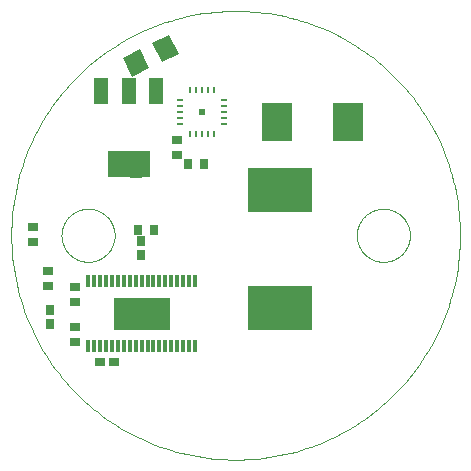
<source format=gbp>
G75*
%MOIN*%
%OFA0B0*%
%FSLAX25Y25*%
%IPPOS*%
%LPD*%
%AMOC8*
5,1,8,0,0,1.08239X$1,22.5*
%
%ADD10C,0.00000*%
%ADD11C,0.00039*%
%ADD12R,0.01240X0.04331*%
%ADD13R,0.18701X0.10827*%
%ADD14R,0.21654X0.15157*%
%ADD15R,0.02913X0.03642*%
%ADD16R,0.03543X0.02756*%
%ADD17R,0.03642X0.02913*%
%ADD18R,0.09843X0.12795*%
%ADD19R,0.02756X0.03543*%
%ADD20R,0.01969X0.01969*%
%ADD21R,0.00800X0.01900*%
%ADD22R,0.01900X0.00800*%
%ADD23R,0.06299X0.07087*%
%ADD24R,0.04000X0.04000*%
%ADD25R,0.04800X0.08800*%
%ADD26R,0.14173X0.08661*%
D10*
X0031167Y0092072D02*
X0031170Y0092289D01*
X0031178Y0092507D01*
X0031191Y0092724D01*
X0031210Y0092940D01*
X0031234Y0093156D01*
X0031263Y0093372D01*
X0031297Y0093586D01*
X0031337Y0093800D01*
X0031382Y0094013D01*
X0031432Y0094224D01*
X0031488Y0094435D01*
X0031548Y0094643D01*
X0031614Y0094851D01*
X0031685Y0095056D01*
X0031761Y0095260D01*
X0031841Y0095462D01*
X0031927Y0095662D01*
X0032017Y0095859D01*
X0032113Y0096055D01*
X0032213Y0096248D01*
X0032318Y0096438D01*
X0032427Y0096626D01*
X0032541Y0096811D01*
X0032660Y0096993D01*
X0032783Y0097173D01*
X0032910Y0097349D01*
X0033042Y0097522D01*
X0033178Y0097691D01*
X0033318Y0097858D01*
X0033462Y0098021D01*
X0033610Y0098180D01*
X0033761Y0098336D01*
X0033917Y0098487D01*
X0034076Y0098635D01*
X0034239Y0098779D01*
X0034406Y0098919D01*
X0034575Y0099055D01*
X0034748Y0099187D01*
X0034924Y0099314D01*
X0035104Y0099437D01*
X0035286Y0099556D01*
X0035471Y0099670D01*
X0035659Y0099779D01*
X0035849Y0099884D01*
X0036042Y0099984D01*
X0036238Y0100080D01*
X0036435Y0100170D01*
X0036635Y0100256D01*
X0036837Y0100336D01*
X0037041Y0100412D01*
X0037246Y0100483D01*
X0037454Y0100549D01*
X0037662Y0100609D01*
X0037873Y0100665D01*
X0038084Y0100715D01*
X0038297Y0100760D01*
X0038511Y0100800D01*
X0038725Y0100834D01*
X0038941Y0100863D01*
X0039157Y0100887D01*
X0039373Y0100906D01*
X0039590Y0100919D01*
X0039808Y0100927D01*
X0040025Y0100930D01*
X0040242Y0100927D01*
X0040460Y0100919D01*
X0040677Y0100906D01*
X0040893Y0100887D01*
X0041109Y0100863D01*
X0041325Y0100834D01*
X0041539Y0100800D01*
X0041753Y0100760D01*
X0041966Y0100715D01*
X0042177Y0100665D01*
X0042388Y0100609D01*
X0042596Y0100549D01*
X0042804Y0100483D01*
X0043009Y0100412D01*
X0043213Y0100336D01*
X0043415Y0100256D01*
X0043615Y0100170D01*
X0043812Y0100080D01*
X0044008Y0099984D01*
X0044201Y0099884D01*
X0044391Y0099779D01*
X0044579Y0099670D01*
X0044764Y0099556D01*
X0044946Y0099437D01*
X0045126Y0099314D01*
X0045302Y0099187D01*
X0045475Y0099055D01*
X0045644Y0098919D01*
X0045811Y0098779D01*
X0045974Y0098635D01*
X0046133Y0098487D01*
X0046289Y0098336D01*
X0046440Y0098180D01*
X0046588Y0098021D01*
X0046732Y0097858D01*
X0046872Y0097691D01*
X0047008Y0097522D01*
X0047140Y0097349D01*
X0047267Y0097173D01*
X0047390Y0096993D01*
X0047509Y0096811D01*
X0047623Y0096626D01*
X0047732Y0096438D01*
X0047837Y0096248D01*
X0047937Y0096055D01*
X0048033Y0095859D01*
X0048123Y0095662D01*
X0048209Y0095462D01*
X0048289Y0095260D01*
X0048365Y0095056D01*
X0048436Y0094851D01*
X0048502Y0094643D01*
X0048562Y0094435D01*
X0048618Y0094224D01*
X0048668Y0094013D01*
X0048713Y0093800D01*
X0048753Y0093586D01*
X0048787Y0093372D01*
X0048816Y0093156D01*
X0048840Y0092940D01*
X0048859Y0092724D01*
X0048872Y0092507D01*
X0048880Y0092289D01*
X0048883Y0092072D01*
X0048880Y0091855D01*
X0048872Y0091637D01*
X0048859Y0091420D01*
X0048840Y0091204D01*
X0048816Y0090988D01*
X0048787Y0090772D01*
X0048753Y0090558D01*
X0048713Y0090344D01*
X0048668Y0090131D01*
X0048618Y0089920D01*
X0048562Y0089709D01*
X0048502Y0089501D01*
X0048436Y0089293D01*
X0048365Y0089088D01*
X0048289Y0088884D01*
X0048209Y0088682D01*
X0048123Y0088482D01*
X0048033Y0088285D01*
X0047937Y0088089D01*
X0047837Y0087896D01*
X0047732Y0087706D01*
X0047623Y0087518D01*
X0047509Y0087333D01*
X0047390Y0087151D01*
X0047267Y0086971D01*
X0047140Y0086795D01*
X0047008Y0086622D01*
X0046872Y0086453D01*
X0046732Y0086286D01*
X0046588Y0086123D01*
X0046440Y0085964D01*
X0046289Y0085808D01*
X0046133Y0085657D01*
X0045974Y0085509D01*
X0045811Y0085365D01*
X0045644Y0085225D01*
X0045475Y0085089D01*
X0045302Y0084957D01*
X0045126Y0084830D01*
X0044946Y0084707D01*
X0044764Y0084588D01*
X0044579Y0084474D01*
X0044391Y0084365D01*
X0044201Y0084260D01*
X0044008Y0084160D01*
X0043812Y0084064D01*
X0043615Y0083974D01*
X0043415Y0083888D01*
X0043213Y0083808D01*
X0043009Y0083732D01*
X0042804Y0083661D01*
X0042596Y0083595D01*
X0042388Y0083535D01*
X0042177Y0083479D01*
X0041966Y0083429D01*
X0041753Y0083384D01*
X0041539Y0083344D01*
X0041325Y0083310D01*
X0041109Y0083281D01*
X0040893Y0083257D01*
X0040677Y0083238D01*
X0040460Y0083225D01*
X0040242Y0083217D01*
X0040025Y0083214D01*
X0039808Y0083217D01*
X0039590Y0083225D01*
X0039373Y0083238D01*
X0039157Y0083257D01*
X0038941Y0083281D01*
X0038725Y0083310D01*
X0038511Y0083344D01*
X0038297Y0083384D01*
X0038084Y0083429D01*
X0037873Y0083479D01*
X0037662Y0083535D01*
X0037454Y0083595D01*
X0037246Y0083661D01*
X0037041Y0083732D01*
X0036837Y0083808D01*
X0036635Y0083888D01*
X0036435Y0083974D01*
X0036238Y0084064D01*
X0036042Y0084160D01*
X0035849Y0084260D01*
X0035659Y0084365D01*
X0035471Y0084474D01*
X0035286Y0084588D01*
X0035104Y0084707D01*
X0034924Y0084830D01*
X0034748Y0084957D01*
X0034575Y0085089D01*
X0034406Y0085225D01*
X0034239Y0085365D01*
X0034076Y0085509D01*
X0033917Y0085657D01*
X0033761Y0085808D01*
X0033610Y0085964D01*
X0033462Y0086123D01*
X0033318Y0086286D01*
X0033178Y0086453D01*
X0033042Y0086622D01*
X0032910Y0086795D01*
X0032783Y0086971D01*
X0032660Y0087151D01*
X0032541Y0087333D01*
X0032427Y0087518D01*
X0032318Y0087706D01*
X0032213Y0087896D01*
X0032113Y0088089D01*
X0032017Y0088285D01*
X0031927Y0088482D01*
X0031841Y0088682D01*
X0031761Y0088884D01*
X0031685Y0089088D01*
X0031614Y0089293D01*
X0031548Y0089501D01*
X0031488Y0089709D01*
X0031432Y0089920D01*
X0031382Y0090131D01*
X0031337Y0090344D01*
X0031297Y0090558D01*
X0031263Y0090772D01*
X0031234Y0090988D01*
X0031210Y0091204D01*
X0031191Y0091420D01*
X0031178Y0091637D01*
X0031170Y0091855D01*
X0031167Y0092072D01*
X0129592Y0092072D02*
X0129595Y0092289D01*
X0129603Y0092507D01*
X0129616Y0092724D01*
X0129635Y0092940D01*
X0129659Y0093156D01*
X0129688Y0093372D01*
X0129722Y0093586D01*
X0129762Y0093800D01*
X0129807Y0094013D01*
X0129857Y0094224D01*
X0129913Y0094435D01*
X0129973Y0094643D01*
X0130039Y0094851D01*
X0130110Y0095056D01*
X0130186Y0095260D01*
X0130266Y0095462D01*
X0130352Y0095662D01*
X0130442Y0095859D01*
X0130538Y0096055D01*
X0130638Y0096248D01*
X0130743Y0096438D01*
X0130852Y0096626D01*
X0130966Y0096811D01*
X0131085Y0096993D01*
X0131208Y0097173D01*
X0131335Y0097349D01*
X0131467Y0097522D01*
X0131603Y0097691D01*
X0131743Y0097858D01*
X0131887Y0098021D01*
X0132035Y0098180D01*
X0132186Y0098336D01*
X0132342Y0098487D01*
X0132501Y0098635D01*
X0132664Y0098779D01*
X0132831Y0098919D01*
X0133000Y0099055D01*
X0133173Y0099187D01*
X0133349Y0099314D01*
X0133529Y0099437D01*
X0133711Y0099556D01*
X0133896Y0099670D01*
X0134084Y0099779D01*
X0134274Y0099884D01*
X0134467Y0099984D01*
X0134663Y0100080D01*
X0134860Y0100170D01*
X0135060Y0100256D01*
X0135262Y0100336D01*
X0135466Y0100412D01*
X0135671Y0100483D01*
X0135879Y0100549D01*
X0136087Y0100609D01*
X0136298Y0100665D01*
X0136509Y0100715D01*
X0136722Y0100760D01*
X0136936Y0100800D01*
X0137150Y0100834D01*
X0137366Y0100863D01*
X0137582Y0100887D01*
X0137798Y0100906D01*
X0138015Y0100919D01*
X0138233Y0100927D01*
X0138450Y0100930D01*
X0138667Y0100927D01*
X0138885Y0100919D01*
X0139102Y0100906D01*
X0139318Y0100887D01*
X0139534Y0100863D01*
X0139750Y0100834D01*
X0139964Y0100800D01*
X0140178Y0100760D01*
X0140391Y0100715D01*
X0140602Y0100665D01*
X0140813Y0100609D01*
X0141021Y0100549D01*
X0141229Y0100483D01*
X0141434Y0100412D01*
X0141638Y0100336D01*
X0141840Y0100256D01*
X0142040Y0100170D01*
X0142237Y0100080D01*
X0142433Y0099984D01*
X0142626Y0099884D01*
X0142816Y0099779D01*
X0143004Y0099670D01*
X0143189Y0099556D01*
X0143371Y0099437D01*
X0143551Y0099314D01*
X0143727Y0099187D01*
X0143900Y0099055D01*
X0144069Y0098919D01*
X0144236Y0098779D01*
X0144399Y0098635D01*
X0144558Y0098487D01*
X0144714Y0098336D01*
X0144865Y0098180D01*
X0145013Y0098021D01*
X0145157Y0097858D01*
X0145297Y0097691D01*
X0145433Y0097522D01*
X0145565Y0097349D01*
X0145692Y0097173D01*
X0145815Y0096993D01*
X0145934Y0096811D01*
X0146048Y0096626D01*
X0146157Y0096438D01*
X0146262Y0096248D01*
X0146362Y0096055D01*
X0146458Y0095859D01*
X0146548Y0095662D01*
X0146634Y0095462D01*
X0146714Y0095260D01*
X0146790Y0095056D01*
X0146861Y0094851D01*
X0146927Y0094643D01*
X0146987Y0094435D01*
X0147043Y0094224D01*
X0147093Y0094013D01*
X0147138Y0093800D01*
X0147178Y0093586D01*
X0147212Y0093372D01*
X0147241Y0093156D01*
X0147265Y0092940D01*
X0147284Y0092724D01*
X0147297Y0092507D01*
X0147305Y0092289D01*
X0147308Y0092072D01*
X0147305Y0091855D01*
X0147297Y0091637D01*
X0147284Y0091420D01*
X0147265Y0091204D01*
X0147241Y0090988D01*
X0147212Y0090772D01*
X0147178Y0090558D01*
X0147138Y0090344D01*
X0147093Y0090131D01*
X0147043Y0089920D01*
X0146987Y0089709D01*
X0146927Y0089501D01*
X0146861Y0089293D01*
X0146790Y0089088D01*
X0146714Y0088884D01*
X0146634Y0088682D01*
X0146548Y0088482D01*
X0146458Y0088285D01*
X0146362Y0088089D01*
X0146262Y0087896D01*
X0146157Y0087706D01*
X0146048Y0087518D01*
X0145934Y0087333D01*
X0145815Y0087151D01*
X0145692Y0086971D01*
X0145565Y0086795D01*
X0145433Y0086622D01*
X0145297Y0086453D01*
X0145157Y0086286D01*
X0145013Y0086123D01*
X0144865Y0085964D01*
X0144714Y0085808D01*
X0144558Y0085657D01*
X0144399Y0085509D01*
X0144236Y0085365D01*
X0144069Y0085225D01*
X0143900Y0085089D01*
X0143727Y0084957D01*
X0143551Y0084830D01*
X0143371Y0084707D01*
X0143189Y0084588D01*
X0143004Y0084474D01*
X0142816Y0084365D01*
X0142626Y0084260D01*
X0142433Y0084160D01*
X0142237Y0084064D01*
X0142040Y0083974D01*
X0141840Y0083888D01*
X0141638Y0083808D01*
X0141434Y0083732D01*
X0141229Y0083661D01*
X0141021Y0083595D01*
X0140813Y0083535D01*
X0140602Y0083479D01*
X0140391Y0083429D01*
X0140178Y0083384D01*
X0139964Y0083344D01*
X0139750Y0083310D01*
X0139534Y0083281D01*
X0139318Y0083257D01*
X0139102Y0083238D01*
X0138885Y0083225D01*
X0138667Y0083217D01*
X0138450Y0083214D01*
X0138233Y0083217D01*
X0138015Y0083225D01*
X0137798Y0083238D01*
X0137582Y0083257D01*
X0137366Y0083281D01*
X0137150Y0083310D01*
X0136936Y0083344D01*
X0136722Y0083384D01*
X0136509Y0083429D01*
X0136298Y0083479D01*
X0136087Y0083535D01*
X0135879Y0083595D01*
X0135671Y0083661D01*
X0135466Y0083732D01*
X0135262Y0083808D01*
X0135060Y0083888D01*
X0134860Y0083974D01*
X0134663Y0084064D01*
X0134467Y0084160D01*
X0134274Y0084260D01*
X0134084Y0084365D01*
X0133896Y0084474D01*
X0133711Y0084588D01*
X0133529Y0084707D01*
X0133349Y0084830D01*
X0133173Y0084957D01*
X0133000Y0085089D01*
X0132831Y0085225D01*
X0132664Y0085365D01*
X0132501Y0085509D01*
X0132342Y0085657D01*
X0132186Y0085808D01*
X0132035Y0085964D01*
X0131887Y0086123D01*
X0131743Y0086286D01*
X0131603Y0086453D01*
X0131467Y0086622D01*
X0131335Y0086795D01*
X0131208Y0086971D01*
X0131085Y0087151D01*
X0130966Y0087333D01*
X0130852Y0087518D01*
X0130743Y0087706D01*
X0130638Y0087896D01*
X0130538Y0088089D01*
X0130442Y0088285D01*
X0130352Y0088482D01*
X0130266Y0088682D01*
X0130186Y0088884D01*
X0130110Y0089088D01*
X0130039Y0089293D01*
X0129973Y0089501D01*
X0129913Y0089709D01*
X0129857Y0089920D01*
X0129807Y0090131D01*
X0129762Y0090344D01*
X0129722Y0090558D01*
X0129688Y0090772D01*
X0129659Y0090988D01*
X0129635Y0091204D01*
X0129616Y0091420D01*
X0129603Y0091637D01*
X0129595Y0091855D01*
X0129592Y0092072D01*
D11*
X0014435Y0092072D02*
X0014458Y0093908D01*
X0014525Y0095742D01*
X0014638Y0097575D01*
X0014795Y0099404D01*
X0014998Y0101229D01*
X0015245Y0103048D01*
X0015536Y0104860D01*
X0015872Y0106665D01*
X0016253Y0108461D01*
X0016677Y0110248D01*
X0017145Y0112023D01*
X0017656Y0113786D01*
X0018210Y0115536D01*
X0018808Y0117272D01*
X0019447Y0118993D01*
X0020129Y0120698D01*
X0020852Y0122385D01*
X0021617Y0124054D01*
X0022422Y0125704D01*
X0023268Y0127334D01*
X0024153Y0128942D01*
X0025077Y0130528D01*
X0026040Y0132091D01*
X0027042Y0133630D01*
X0028080Y0135144D01*
X0029156Y0136632D01*
X0030267Y0138093D01*
X0031414Y0139527D01*
X0032597Y0140931D01*
X0033813Y0142307D01*
X0035062Y0143652D01*
X0036344Y0144966D01*
X0037658Y0146248D01*
X0039003Y0147497D01*
X0040379Y0148713D01*
X0041783Y0149896D01*
X0043217Y0151043D01*
X0044678Y0152154D01*
X0046166Y0153230D01*
X0047680Y0154268D01*
X0049219Y0155270D01*
X0050782Y0156233D01*
X0052368Y0157157D01*
X0053976Y0158042D01*
X0055606Y0158888D01*
X0057256Y0159693D01*
X0058925Y0160458D01*
X0060612Y0161181D01*
X0062317Y0161863D01*
X0064038Y0162502D01*
X0065774Y0163100D01*
X0067524Y0163654D01*
X0069287Y0164165D01*
X0071062Y0164633D01*
X0072849Y0165057D01*
X0074645Y0165438D01*
X0076450Y0165774D01*
X0078262Y0166065D01*
X0080081Y0166312D01*
X0081906Y0166515D01*
X0083735Y0166672D01*
X0085568Y0166785D01*
X0087402Y0166852D01*
X0089238Y0166875D01*
X0091074Y0166852D01*
X0092908Y0166785D01*
X0094741Y0166672D01*
X0096570Y0166515D01*
X0098395Y0166312D01*
X0100214Y0166065D01*
X0102026Y0165774D01*
X0103831Y0165438D01*
X0105627Y0165057D01*
X0107414Y0164633D01*
X0109189Y0164165D01*
X0110952Y0163654D01*
X0112702Y0163100D01*
X0114438Y0162502D01*
X0116159Y0161863D01*
X0117864Y0161181D01*
X0119551Y0160458D01*
X0121220Y0159693D01*
X0122870Y0158888D01*
X0124500Y0158042D01*
X0126108Y0157157D01*
X0127694Y0156233D01*
X0129257Y0155270D01*
X0130796Y0154268D01*
X0132310Y0153230D01*
X0133798Y0152154D01*
X0135259Y0151043D01*
X0136693Y0149896D01*
X0138097Y0148713D01*
X0139473Y0147497D01*
X0140818Y0146248D01*
X0142132Y0144966D01*
X0143414Y0143652D01*
X0144663Y0142307D01*
X0145879Y0140931D01*
X0147062Y0139527D01*
X0148209Y0138093D01*
X0149320Y0136632D01*
X0150396Y0135144D01*
X0151434Y0133630D01*
X0152436Y0132091D01*
X0153399Y0130528D01*
X0154323Y0128942D01*
X0155208Y0127334D01*
X0156054Y0125704D01*
X0156859Y0124054D01*
X0157624Y0122385D01*
X0158347Y0120698D01*
X0159029Y0118993D01*
X0159668Y0117272D01*
X0160266Y0115536D01*
X0160820Y0113786D01*
X0161331Y0112023D01*
X0161799Y0110248D01*
X0162223Y0108461D01*
X0162604Y0106665D01*
X0162940Y0104860D01*
X0163231Y0103048D01*
X0163478Y0101229D01*
X0163681Y0099404D01*
X0163838Y0097575D01*
X0163951Y0095742D01*
X0164018Y0093908D01*
X0164041Y0092072D01*
X0164018Y0090236D01*
X0163951Y0088402D01*
X0163838Y0086569D01*
X0163681Y0084740D01*
X0163478Y0082915D01*
X0163231Y0081096D01*
X0162940Y0079284D01*
X0162604Y0077479D01*
X0162223Y0075683D01*
X0161799Y0073896D01*
X0161331Y0072121D01*
X0160820Y0070358D01*
X0160266Y0068608D01*
X0159668Y0066872D01*
X0159029Y0065151D01*
X0158347Y0063446D01*
X0157624Y0061759D01*
X0156859Y0060090D01*
X0156054Y0058440D01*
X0155208Y0056810D01*
X0154323Y0055202D01*
X0153399Y0053616D01*
X0152436Y0052053D01*
X0151434Y0050514D01*
X0150396Y0049000D01*
X0149320Y0047512D01*
X0148209Y0046051D01*
X0147062Y0044617D01*
X0145879Y0043213D01*
X0144663Y0041837D01*
X0143414Y0040492D01*
X0142132Y0039178D01*
X0140818Y0037896D01*
X0139473Y0036647D01*
X0138097Y0035431D01*
X0136693Y0034248D01*
X0135259Y0033101D01*
X0133798Y0031990D01*
X0132310Y0030914D01*
X0130796Y0029876D01*
X0129257Y0028874D01*
X0127694Y0027911D01*
X0126108Y0026987D01*
X0124500Y0026102D01*
X0122870Y0025256D01*
X0121220Y0024451D01*
X0119551Y0023686D01*
X0117864Y0022963D01*
X0116159Y0022281D01*
X0114438Y0021642D01*
X0112702Y0021044D01*
X0110952Y0020490D01*
X0109189Y0019979D01*
X0107414Y0019511D01*
X0105627Y0019087D01*
X0103831Y0018706D01*
X0102026Y0018370D01*
X0100214Y0018079D01*
X0098395Y0017832D01*
X0096570Y0017629D01*
X0094741Y0017472D01*
X0092908Y0017359D01*
X0091074Y0017292D01*
X0089238Y0017269D01*
X0087402Y0017292D01*
X0085568Y0017359D01*
X0083735Y0017472D01*
X0081906Y0017629D01*
X0080081Y0017832D01*
X0078262Y0018079D01*
X0076450Y0018370D01*
X0074645Y0018706D01*
X0072849Y0019087D01*
X0071062Y0019511D01*
X0069287Y0019979D01*
X0067524Y0020490D01*
X0065774Y0021044D01*
X0064038Y0021642D01*
X0062317Y0022281D01*
X0060612Y0022963D01*
X0058925Y0023686D01*
X0057256Y0024451D01*
X0055606Y0025256D01*
X0053976Y0026102D01*
X0052368Y0026987D01*
X0050782Y0027911D01*
X0049219Y0028874D01*
X0047680Y0029876D01*
X0046166Y0030914D01*
X0044678Y0031990D01*
X0043217Y0033101D01*
X0041783Y0034248D01*
X0040379Y0035431D01*
X0039003Y0036647D01*
X0037658Y0037896D01*
X0036344Y0039178D01*
X0035062Y0040492D01*
X0033813Y0041837D01*
X0032597Y0043213D01*
X0031414Y0044617D01*
X0030267Y0046051D01*
X0029156Y0047512D01*
X0028080Y0049000D01*
X0027042Y0050514D01*
X0026040Y0052053D01*
X0025077Y0053616D01*
X0024153Y0055202D01*
X0023268Y0056810D01*
X0022422Y0058440D01*
X0021617Y0060090D01*
X0020852Y0061759D01*
X0020129Y0063446D01*
X0019447Y0065151D01*
X0018808Y0066872D01*
X0018210Y0068608D01*
X0017656Y0070358D01*
X0017145Y0072121D01*
X0016677Y0073896D01*
X0016253Y0075683D01*
X0015872Y0077479D01*
X0015536Y0079284D01*
X0015245Y0081096D01*
X0014998Y0082915D01*
X0014795Y0084740D01*
X0014638Y0086569D01*
X0014525Y0088402D01*
X0014458Y0090236D01*
X0014435Y0092072D01*
D12*
X0040163Y0076679D03*
X0042131Y0076679D03*
X0044100Y0076679D03*
X0046069Y0076679D03*
X0048037Y0076679D03*
X0050006Y0076679D03*
X0051974Y0076679D03*
X0053943Y0076679D03*
X0055911Y0076679D03*
X0057880Y0076679D03*
X0059848Y0076679D03*
X0061817Y0076679D03*
X0063785Y0076679D03*
X0065754Y0076679D03*
X0067722Y0076679D03*
X0069691Y0076679D03*
X0071659Y0076679D03*
X0073628Y0076679D03*
X0075596Y0076679D03*
X0075596Y0055025D03*
X0073628Y0055025D03*
X0071659Y0055025D03*
X0069691Y0055025D03*
X0067722Y0055025D03*
X0065754Y0055025D03*
X0063785Y0055025D03*
X0061817Y0055025D03*
X0059848Y0055025D03*
X0057880Y0055025D03*
X0055911Y0055025D03*
X0053943Y0055025D03*
X0051974Y0055025D03*
X0050006Y0055025D03*
X0048037Y0055025D03*
X0046069Y0055025D03*
X0044100Y0055025D03*
X0042131Y0055025D03*
X0040163Y0055025D03*
D13*
X0057880Y0065852D03*
D14*
X0103883Y0067998D03*
X0103883Y0107171D03*
D15*
X0057545Y0090084D03*
X0057545Y0085360D03*
X0027466Y0067131D03*
X0027466Y0062407D03*
D16*
X0035655Y0061620D03*
X0035655Y0056502D03*
X0035655Y0069848D03*
X0035655Y0074966D03*
X0026639Y0075163D03*
X0026639Y0080281D03*
X0021817Y0089868D03*
X0021817Y0094986D03*
X0069631Y0118805D03*
X0069631Y0123923D03*
D17*
X0043883Y0049691D03*
X0048608Y0049691D03*
D18*
X0103041Y0129714D03*
X0126663Y0129714D03*
D19*
X0078569Y0115694D03*
X0073450Y0115694D03*
X0061895Y0093982D03*
X0056777Y0093982D03*
D20*
X0077919Y0133194D03*
D21*
X0077919Y0125894D03*
X0079869Y0125894D03*
X0081869Y0125894D03*
X0075969Y0125894D03*
X0073969Y0125894D03*
X0073969Y0140494D03*
X0075969Y0140494D03*
X0077919Y0140494D03*
X0079869Y0140494D03*
X0081869Y0140494D03*
D22*
X0085219Y0137144D03*
X0085219Y0135144D03*
X0085219Y0133194D03*
X0085219Y0131244D03*
X0085219Y0129244D03*
X0070619Y0129244D03*
X0070619Y0131244D03*
X0070619Y0133194D03*
X0070619Y0135144D03*
X0070619Y0137144D03*
D23*
G36*
X0051586Y0151321D02*
X0057246Y0154082D01*
X0060352Y0147715D01*
X0054692Y0144954D01*
X0051586Y0151321D01*
G37*
G36*
X0061494Y0156153D02*
X0067154Y0158914D01*
X0070260Y0152547D01*
X0064600Y0149786D01*
X0061494Y0156153D01*
G37*
D24*
X0058628Y0118218D03*
X0053628Y0118218D03*
X0056128Y0113218D03*
D25*
X0053569Y0140178D03*
X0062669Y0140178D03*
X0044469Y0140178D03*
D26*
X0053569Y0115777D03*
M02*

</source>
